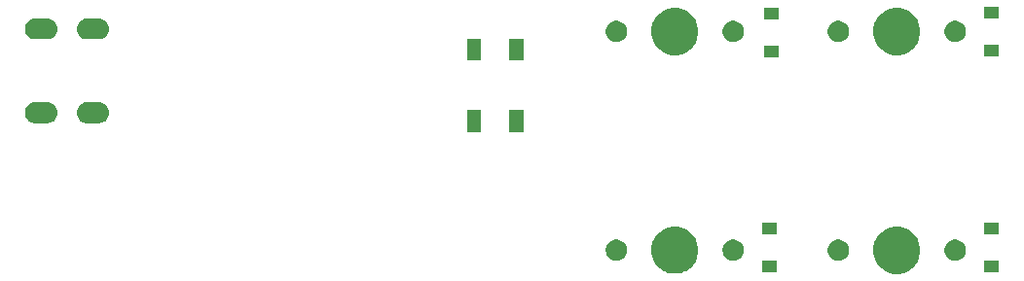
<source format=gbs>
G04 #@! TF.GenerationSoftware,KiCad,Pcbnew,(5.1.4)-1*
G04 #@! TF.CreationDate,2020-10-27T18:56:57+03:00*
G04 #@! TF.ProjectId,100_keyboard,3130305f-6b65-4796-926f-6172642e6b69,rev?*
G04 #@! TF.SameCoordinates,Original*
G04 #@! TF.FileFunction,Soldermask,Bot*
G04 #@! TF.FilePolarity,Negative*
%FSLAX46Y46*%
G04 Gerber Fmt 4.6, Leading zero omitted, Abs format (unit mm)*
G04 Created by KiCad (PCBNEW (5.1.4)-1) date 2020-10-27 18:56:57*
%MOMM*%
%LPD*%
G04 APERTURE LIST*
%ADD10C,0.100000*%
G04 APERTURE END LIST*
D10*
G36*
X118833474Y-70677684D02*
G01*
X119051474Y-70767983D01*
X119205623Y-70831833D01*
X119540548Y-71055623D01*
X119825377Y-71340452D01*
X120049167Y-71675377D01*
X120081562Y-71753586D01*
X120203316Y-72047526D01*
X120281900Y-72442594D01*
X120281900Y-72845406D01*
X120203316Y-73240474D01*
X120152451Y-73363272D01*
X120049167Y-73612623D01*
X119825377Y-73947548D01*
X119540548Y-74232377D01*
X119205623Y-74456167D01*
X119051474Y-74520017D01*
X118833474Y-74610316D01*
X118438406Y-74688900D01*
X118035594Y-74688900D01*
X117640526Y-74610316D01*
X117422526Y-74520017D01*
X117268377Y-74456167D01*
X116933452Y-74232377D01*
X116648623Y-73947548D01*
X116424833Y-73612623D01*
X116321549Y-73363272D01*
X116270684Y-73240474D01*
X116192100Y-72845406D01*
X116192100Y-72442594D01*
X116270684Y-72047526D01*
X116392438Y-71753586D01*
X116424833Y-71675377D01*
X116648623Y-71340452D01*
X116933452Y-71055623D01*
X117268377Y-70831833D01*
X117422526Y-70767983D01*
X117640526Y-70677684D01*
X118035594Y-70599100D01*
X118438406Y-70599100D01*
X118833474Y-70677684D01*
X118833474Y-70677684D01*
G37*
G36*
X99524474Y-70673684D02*
G01*
X99742474Y-70763983D01*
X99896623Y-70827833D01*
X100231548Y-71051623D01*
X100516377Y-71336452D01*
X100740167Y-71671377D01*
X100774219Y-71753586D01*
X100894316Y-72043526D01*
X100972900Y-72438594D01*
X100972900Y-72841406D01*
X100894316Y-73236474D01*
X100843451Y-73359272D01*
X100740167Y-73608623D01*
X100516377Y-73943548D01*
X100231548Y-74228377D01*
X99896623Y-74452167D01*
X99742474Y-74516017D01*
X99524474Y-74606316D01*
X99129406Y-74684900D01*
X98726594Y-74684900D01*
X98331526Y-74606316D01*
X98113526Y-74516017D01*
X97959377Y-74452167D01*
X97624452Y-74228377D01*
X97339623Y-73943548D01*
X97115833Y-73608623D01*
X97012549Y-73359272D01*
X96961684Y-73236474D01*
X96883100Y-72841406D01*
X96883100Y-72438594D01*
X96961684Y-72043526D01*
X97081781Y-71753586D01*
X97115833Y-71671377D01*
X97339623Y-71336452D01*
X97624452Y-71051623D01*
X97959377Y-70827833D01*
X98113526Y-70763983D01*
X98331526Y-70673684D01*
X98726594Y-70595100D01*
X99129406Y-70595100D01*
X99524474Y-70673684D01*
X99524474Y-70673684D01*
G37*
G36*
X107839000Y-74541000D02*
G01*
X106537000Y-74541000D01*
X106537000Y-73539000D01*
X107839000Y-73539000D01*
X107839000Y-74541000D01*
X107839000Y-74541000D01*
G37*
G36*
X127143000Y-74541000D02*
G01*
X125841000Y-74541000D01*
X125841000Y-73539000D01*
X127143000Y-73539000D01*
X127143000Y-74541000D01*
X127143000Y-74541000D01*
G37*
G36*
X113427104Y-71753585D02*
G01*
X113595626Y-71823389D01*
X113747291Y-71924728D01*
X113876272Y-72053709D01*
X113977611Y-72205374D01*
X114047415Y-72373896D01*
X114083000Y-72552797D01*
X114083000Y-72735203D01*
X114047415Y-72914104D01*
X113977611Y-73082626D01*
X113876272Y-73234291D01*
X113747291Y-73363272D01*
X113595626Y-73464611D01*
X113427104Y-73534415D01*
X113248203Y-73570000D01*
X113065797Y-73570000D01*
X112886896Y-73534415D01*
X112718374Y-73464611D01*
X112566709Y-73363272D01*
X112437728Y-73234291D01*
X112336389Y-73082626D01*
X112266585Y-72914104D01*
X112231000Y-72735203D01*
X112231000Y-72552797D01*
X112266585Y-72373896D01*
X112336389Y-72205374D01*
X112437728Y-72053709D01*
X112566709Y-71924728D01*
X112718374Y-71823389D01*
X112886896Y-71753585D01*
X113065797Y-71718000D01*
X113248203Y-71718000D01*
X113427104Y-71753585D01*
X113427104Y-71753585D01*
G37*
G36*
X123587104Y-71753585D02*
G01*
X123755626Y-71823389D01*
X123907291Y-71924728D01*
X124036272Y-72053709D01*
X124137611Y-72205374D01*
X124207415Y-72373896D01*
X124243000Y-72552797D01*
X124243000Y-72735203D01*
X124207415Y-72914104D01*
X124137611Y-73082626D01*
X124036272Y-73234291D01*
X123907291Y-73363272D01*
X123755626Y-73464611D01*
X123587104Y-73534415D01*
X123408203Y-73570000D01*
X123225797Y-73570000D01*
X123046896Y-73534415D01*
X122878374Y-73464611D01*
X122726709Y-73363272D01*
X122597728Y-73234291D01*
X122496389Y-73082626D01*
X122426585Y-72914104D01*
X122391000Y-72735203D01*
X122391000Y-72552797D01*
X122426585Y-72373896D01*
X122496389Y-72205374D01*
X122597728Y-72053709D01*
X122726709Y-71924728D01*
X122878374Y-71823389D01*
X123046896Y-71753585D01*
X123225797Y-71718000D01*
X123408203Y-71718000D01*
X123587104Y-71753585D01*
X123587104Y-71753585D01*
G37*
G36*
X104278104Y-71749585D02*
G01*
X104446626Y-71819389D01*
X104598291Y-71920728D01*
X104727272Y-72049709D01*
X104828611Y-72201374D01*
X104898415Y-72369896D01*
X104934000Y-72548797D01*
X104934000Y-72731203D01*
X104898415Y-72910104D01*
X104828611Y-73078626D01*
X104727272Y-73230291D01*
X104598291Y-73359272D01*
X104446626Y-73460611D01*
X104278104Y-73530415D01*
X104099203Y-73566000D01*
X103916797Y-73566000D01*
X103737896Y-73530415D01*
X103569374Y-73460611D01*
X103417709Y-73359272D01*
X103288728Y-73230291D01*
X103187389Y-73078626D01*
X103117585Y-72910104D01*
X103082000Y-72731203D01*
X103082000Y-72548797D01*
X103117585Y-72369896D01*
X103187389Y-72201374D01*
X103288728Y-72049709D01*
X103417709Y-71920728D01*
X103569374Y-71819389D01*
X103737896Y-71749585D01*
X103916797Y-71714000D01*
X104099203Y-71714000D01*
X104278104Y-71749585D01*
X104278104Y-71749585D01*
G37*
G36*
X94118104Y-71749585D02*
G01*
X94286626Y-71819389D01*
X94438291Y-71920728D01*
X94567272Y-72049709D01*
X94668611Y-72201374D01*
X94738415Y-72369896D01*
X94774000Y-72548797D01*
X94774000Y-72731203D01*
X94738415Y-72910104D01*
X94668611Y-73078626D01*
X94567272Y-73230291D01*
X94438291Y-73359272D01*
X94286626Y-73460611D01*
X94118104Y-73530415D01*
X93939203Y-73566000D01*
X93756797Y-73566000D01*
X93577896Y-73530415D01*
X93409374Y-73460611D01*
X93257709Y-73359272D01*
X93128728Y-73230291D01*
X93027389Y-73078626D01*
X92957585Y-72910104D01*
X92922000Y-72731203D01*
X92922000Y-72548797D01*
X92957585Y-72369896D01*
X93027389Y-72201374D01*
X93128728Y-72049709D01*
X93257709Y-71920728D01*
X93409374Y-71819389D01*
X93577896Y-71749585D01*
X93756797Y-71714000D01*
X93939203Y-71714000D01*
X94118104Y-71749585D01*
X94118104Y-71749585D01*
G37*
G36*
X107839000Y-71241000D02*
G01*
X106537000Y-71241000D01*
X106537000Y-70239000D01*
X107839000Y-70239000D01*
X107839000Y-71241000D01*
X107839000Y-71241000D01*
G37*
G36*
X127143000Y-71241000D02*
G01*
X125841000Y-71241000D01*
X125841000Y-70239000D01*
X127143000Y-70239000D01*
X127143000Y-71241000D01*
X127143000Y-71241000D01*
G37*
G36*
X85763000Y-62344000D02*
G01*
X84561000Y-62344000D01*
X84561000Y-60442000D01*
X85763000Y-60442000D01*
X85763000Y-62344000D01*
X85763000Y-62344000D01*
G37*
G36*
X82063000Y-62344000D02*
G01*
X80861000Y-62344000D01*
X80861000Y-60442000D01*
X82063000Y-60442000D01*
X82063000Y-62344000D01*
X82063000Y-62344000D01*
G37*
G36*
X48925442Y-59778518D02*
G01*
X48991627Y-59785037D01*
X49161466Y-59836557D01*
X49317991Y-59920222D01*
X49353729Y-59949552D01*
X49455186Y-60032814D01*
X49538448Y-60134271D01*
X49567778Y-60170009D01*
X49651443Y-60326534D01*
X49702963Y-60496373D01*
X49720359Y-60673000D01*
X49702963Y-60849627D01*
X49651443Y-61019466D01*
X49567778Y-61175991D01*
X49538448Y-61211729D01*
X49455186Y-61313186D01*
X49353729Y-61396448D01*
X49317991Y-61425778D01*
X49161466Y-61509443D01*
X48991627Y-61560963D01*
X48925442Y-61567482D01*
X48859260Y-61574000D01*
X47770740Y-61574000D01*
X47704558Y-61567482D01*
X47638373Y-61560963D01*
X47468534Y-61509443D01*
X47312009Y-61425778D01*
X47276271Y-61396448D01*
X47174814Y-61313186D01*
X47091552Y-61211729D01*
X47062222Y-61175991D01*
X46978557Y-61019466D01*
X46927037Y-60849627D01*
X46909641Y-60673000D01*
X46927037Y-60496373D01*
X46978557Y-60326534D01*
X47062222Y-60170009D01*
X47091552Y-60134271D01*
X47174814Y-60032814D01*
X47276271Y-59949552D01*
X47312009Y-59920222D01*
X47468534Y-59836557D01*
X47638373Y-59785037D01*
X47704558Y-59778518D01*
X47770740Y-59772000D01*
X48859260Y-59772000D01*
X48925442Y-59778518D01*
X48925442Y-59778518D01*
G37*
G36*
X44425442Y-59778518D02*
G01*
X44491627Y-59785037D01*
X44661466Y-59836557D01*
X44817991Y-59920222D01*
X44853729Y-59949552D01*
X44955186Y-60032814D01*
X45038448Y-60134271D01*
X45067778Y-60170009D01*
X45151443Y-60326534D01*
X45202963Y-60496373D01*
X45220359Y-60673000D01*
X45202963Y-60849627D01*
X45151443Y-61019466D01*
X45067778Y-61175991D01*
X45038448Y-61211729D01*
X44955186Y-61313186D01*
X44853729Y-61396448D01*
X44817991Y-61425778D01*
X44661466Y-61509443D01*
X44491627Y-61560963D01*
X44425442Y-61567482D01*
X44359260Y-61574000D01*
X43270740Y-61574000D01*
X43204558Y-61567482D01*
X43138373Y-61560963D01*
X42968534Y-61509443D01*
X42812009Y-61425778D01*
X42776271Y-61396448D01*
X42674814Y-61313186D01*
X42591552Y-61211729D01*
X42562222Y-61175991D01*
X42478557Y-61019466D01*
X42427037Y-60849627D01*
X42409641Y-60673000D01*
X42427037Y-60496373D01*
X42478557Y-60326534D01*
X42562222Y-60170009D01*
X42591552Y-60134271D01*
X42674814Y-60032814D01*
X42776271Y-59949552D01*
X42812009Y-59920222D01*
X42968534Y-59836557D01*
X43138373Y-59785037D01*
X43204558Y-59778518D01*
X43270740Y-59772000D01*
X44359260Y-59772000D01*
X44425442Y-59778518D01*
X44425442Y-59778518D01*
G37*
G36*
X82063000Y-56144000D02*
G01*
X80861000Y-56144000D01*
X80861000Y-54242000D01*
X82063000Y-54242000D01*
X82063000Y-56144000D01*
X82063000Y-56144000D01*
G37*
G36*
X85763000Y-56144000D02*
G01*
X84561000Y-56144000D01*
X84561000Y-54242000D01*
X85763000Y-54242000D01*
X85763000Y-56144000D01*
X85763000Y-56144000D01*
G37*
G36*
X107966000Y-55872000D02*
G01*
X106664000Y-55872000D01*
X106664000Y-54870000D01*
X107966000Y-54870000D01*
X107966000Y-55872000D01*
X107966000Y-55872000D01*
G37*
G36*
X127143000Y-55745000D02*
G01*
X125841000Y-55745000D01*
X125841000Y-54743000D01*
X127143000Y-54743000D01*
X127143000Y-55745000D01*
X127143000Y-55745000D01*
G37*
G36*
X118833474Y-51627684D02*
G01*
X119051474Y-51717983D01*
X119205623Y-51781833D01*
X119540548Y-52005623D01*
X119825377Y-52290452D01*
X120049167Y-52625377D01*
X120081562Y-52703586D01*
X120203316Y-52997526D01*
X120281900Y-53392594D01*
X120281900Y-53795406D01*
X120203316Y-54190474D01*
X120152451Y-54313272D01*
X120049167Y-54562623D01*
X119825377Y-54897548D01*
X119540548Y-55182377D01*
X119205623Y-55406167D01*
X119051474Y-55470017D01*
X118833474Y-55560316D01*
X118438406Y-55638900D01*
X118035594Y-55638900D01*
X117640526Y-55560316D01*
X117422526Y-55470017D01*
X117268377Y-55406167D01*
X116933452Y-55182377D01*
X116648623Y-54897548D01*
X116424833Y-54562623D01*
X116321549Y-54313272D01*
X116270684Y-54190474D01*
X116192100Y-53795406D01*
X116192100Y-53392594D01*
X116270684Y-52997526D01*
X116392438Y-52703586D01*
X116424833Y-52625377D01*
X116648623Y-52290452D01*
X116933452Y-52005623D01*
X117268377Y-51781833D01*
X117422526Y-51717983D01*
X117640526Y-51627684D01*
X118035594Y-51549100D01*
X118438406Y-51549100D01*
X118833474Y-51627684D01*
X118833474Y-51627684D01*
G37*
G36*
X99529474Y-51627684D02*
G01*
X99747474Y-51717983D01*
X99901623Y-51781833D01*
X100236548Y-52005623D01*
X100521377Y-52290452D01*
X100745167Y-52625377D01*
X100777562Y-52703586D01*
X100899316Y-52997526D01*
X100977900Y-53392594D01*
X100977900Y-53795406D01*
X100899316Y-54190474D01*
X100848451Y-54313272D01*
X100745167Y-54562623D01*
X100521377Y-54897548D01*
X100236548Y-55182377D01*
X99901623Y-55406167D01*
X99747474Y-55470017D01*
X99529474Y-55560316D01*
X99134406Y-55638900D01*
X98731594Y-55638900D01*
X98336526Y-55560316D01*
X98118526Y-55470017D01*
X97964377Y-55406167D01*
X97629452Y-55182377D01*
X97344623Y-54897548D01*
X97120833Y-54562623D01*
X97017549Y-54313272D01*
X96966684Y-54190474D01*
X96888100Y-53795406D01*
X96888100Y-53392594D01*
X96966684Y-52997526D01*
X97088438Y-52703586D01*
X97120833Y-52625377D01*
X97344623Y-52290452D01*
X97629452Y-52005623D01*
X97964377Y-51781833D01*
X98118526Y-51717983D01*
X98336526Y-51627684D01*
X98731594Y-51549100D01*
X99134406Y-51549100D01*
X99529474Y-51627684D01*
X99529474Y-51627684D01*
G37*
G36*
X94123104Y-52703585D02*
G01*
X94291626Y-52773389D01*
X94443291Y-52874728D01*
X94572272Y-53003709D01*
X94673611Y-53155374D01*
X94743415Y-53323896D01*
X94779000Y-53502797D01*
X94779000Y-53685203D01*
X94743415Y-53864104D01*
X94673611Y-54032626D01*
X94572272Y-54184291D01*
X94443291Y-54313272D01*
X94291626Y-54414611D01*
X94123104Y-54484415D01*
X93944203Y-54520000D01*
X93761797Y-54520000D01*
X93582896Y-54484415D01*
X93414374Y-54414611D01*
X93262709Y-54313272D01*
X93133728Y-54184291D01*
X93032389Y-54032626D01*
X92962585Y-53864104D01*
X92927000Y-53685203D01*
X92927000Y-53502797D01*
X92962585Y-53323896D01*
X93032389Y-53155374D01*
X93133728Y-53003709D01*
X93262709Y-52874728D01*
X93414374Y-52773389D01*
X93582896Y-52703585D01*
X93761797Y-52668000D01*
X93944203Y-52668000D01*
X94123104Y-52703585D01*
X94123104Y-52703585D01*
G37*
G36*
X123587104Y-52703585D02*
G01*
X123755626Y-52773389D01*
X123907291Y-52874728D01*
X124036272Y-53003709D01*
X124137611Y-53155374D01*
X124207415Y-53323896D01*
X124243000Y-53502797D01*
X124243000Y-53685203D01*
X124207415Y-53864104D01*
X124137611Y-54032626D01*
X124036272Y-54184291D01*
X123907291Y-54313272D01*
X123755626Y-54414611D01*
X123587104Y-54484415D01*
X123408203Y-54520000D01*
X123225797Y-54520000D01*
X123046896Y-54484415D01*
X122878374Y-54414611D01*
X122726709Y-54313272D01*
X122597728Y-54184291D01*
X122496389Y-54032626D01*
X122426585Y-53864104D01*
X122391000Y-53685203D01*
X122391000Y-53502797D01*
X122426585Y-53323896D01*
X122496389Y-53155374D01*
X122597728Y-53003709D01*
X122726709Y-52874728D01*
X122878374Y-52773389D01*
X123046896Y-52703585D01*
X123225797Y-52668000D01*
X123408203Y-52668000D01*
X123587104Y-52703585D01*
X123587104Y-52703585D01*
G37*
G36*
X113427104Y-52703585D02*
G01*
X113595626Y-52773389D01*
X113747291Y-52874728D01*
X113876272Y-53003709D01*
X113977611Y-53155374D01*
X114047415Y-53323896D01*
X114083000Y-53502797D01*
X114083000Y-53685203D01*
X114047415Y-53864104D01*
X113977611Y-54032626D01*
X113876272Y-54184291D01*
X113747291Y-54313272D01*
X113595626Y-54414611D01*
X113427104Y-54484415D01*
X113248203Y-54520000D01*
X113065797Y-54520000D01*
X112886896Y-54484415D01*
X112718374Y-54414611D01*
X112566709Y-54313272D01*
X112437728Y-54184291D01*
X112336389Y-54032626D01*
X112266585Y-53864104D01*
X112231000Y-53685203D01*
X112231000Y-53502797D01*
X112266585Y-53323896D01*
X112336389Y-53155374D01*
X112437728Y-53003709D01*
X112566709Y-52874728D01*
X112718374Y-52773389D01*
X112886896Y-52703585D01*
X113065797Y-52668000D01*
X113248203Y-52668000D01*
X113427104Y-52703585D01*
X113427104Y-52703585D01*
G37*
G36*
X104283104Y-52703585D02*
G01*
X104451626Y-52773389D01*
X104603291Y-52874728D01*
X104732272Y-53003709D01*
X104833611Y-53155374D01*
X104903415Y-53323896D01*
X104939000Y-53502797D01*
X104939000Y-53685203D01*
X104903415Y-53864104D01*
X104833611Y-54032626D01*
X104732272Y-54184291D01*
X104603291Y-54313272D01*
X104451626Y-54414611D01*
X104283104Y-54484415D01*
X104104203Y-54520000D01*
X103921797Y-54520000D01*
X103742896Y-54484415D01*
X103574374Y-54414611D01*
X103422709Y-54313272D01*
X103293728Y-54184291D01*
X103192389Y-54032626D01*
X103122585Y-53864104D01*
X103087000Y-53685203D01*
X103087000Y-53502797D01*
X103122585Y-53323896D01*
X103192389Y-53155374D01*
X103293728Y-53003709D01*
X103422709Y-52874728D01*
X103574374Y-52773389D01*
X103742896Y-52703585D01*
X103921797Y-52668000D01*
X104104203Y-52668000D01*
X104283104Y-52703585D01*
X104283104Y-52703585D01*
G37*
G36*
X48925442Y-52478518D02*
G01*
X48991627Y-52485037D01*
X49161466Y-52536557D01*
X49317991Y-52620222D01*
X49353729Y-52649552D01*
X49455186Y-52732814D01*
X49538448Y-52834271D01*
X49567778Y-52870009D01*
X49651443Y-53026534D01*
X49702963Y-53196373D01*
X49720359Y-53373000D01*
X49702963Y-53549627D01*
X49651443Y-53719466D01*
X49567778Y-53875991D01*
X49538448Y-53911729D01*
X49455186Y-54013186D01*
X49353729Y-54096448D01*
X49317991Y-54125778D01*
X49161466Y-54209443D01*
X48991627Y-54260963D01*
X48925442Y-54267482D01*
X48859260Y-54274000D01*
X47770740Y-54274000D01*
X47704558Y-54267482D01*
X47638373Y-54260963D01*
X47468534Y-54209443D01*
X47312009Y-54125778D01*
X47276271Y-54096448D01*
X47174814Y-54013186D01*
X47091552Y-53911729D01*
X47062222Y-53875991D01*
X46978557Y-53719466D01*
X46927037Y-53549627D01*
X46909641Y-53373000D01*
X46927037Y-53196373D01*
X46978557Y-53026534D01*
X47062222Y-52870009D01*
X47091552Y-52834271D01*
X47174814Y-52732814D01*
X47276271Y-52649552D01*
X47312009Y-52620222D01*
X47468534Y-52536557D01*
X47638373Y-52485037D01*
X47704557Y-52478519D01*
X47770740Y-52472000D01*
X48859260Y-52472000D01*
X48925442Y-52478518D01*
X48925442Y-52478518D01*
G37*
G36*
X44425442Y-52478518D02*
G01*
X44491627Y-52485037D01*
X44661466Y-52536557D01*
X44817991Y-52620222D01*
X44853729Y-52649552D01*
X44955186Y-52732814D01*
X45038448Y-52834271D01*
X45067778Y-52870009D01*
X45151443Y-53026534D01*
X45202963Y-53196373D01*
X45220359Y-53373000D01*
X45202963Y-53549627D01*
X45151443Y-53719466D01*
X45067778Y-53875991D01*
X45038448Y-53911729D01*
X44955186Y-54013186D01*
X44853729Y-54096448D01*
X44817991Y-54125778D01*
X44661466Y-54209443D01*
X44491627Y-54260963D01*
X44425442Y-54267482D01*
X44359260Y-54274000D01*
X43270740Y-54274000D01*
X43204558Y-54267482D01*
X43138373Y-54260963D01*
X42968534Y-54209443D01*
X42812009Y-54125778D01*
X42776271Y-54096448D01*
X42674814Y-54013186D01*
X42591552Y-53911729D01*
X42562222Y-53875991D01*
X42478557Y-53719466D01*
X42427037Y-53549627D01*
X42409641Y-53373000D01*
X42427037Y-53196373D01*
X42478557Y-53026534D01*
X42562222Y-52870009D01*
X42591552Y-52834271D01*
X42674814Y-52732814D01*
X42776271Y-52649552D01*
X42812009Y-52620222D01*
X42968534Y-52536557D01*
X43138373Y-52485037D01*
X43204557Y-52478519D01*
X43270740Y-52472000D01*
X44359260Y-52472000D01*
X44425442Y-52478518D01*
X44425442Y-52478518D01*
G37*
G36*
X107966000Y-52572000D02*
G01*
X106664000Y-52572000D01*
X106664000Y-51570000D01*
X107966000Y-51570000D01*
X107966000Y-52572000D01*
X107966000Y-52572000D01*
G37*
G36*
X127143000Y-52445000D02*
G01*
X125841000Y-52445000D01*
X125841000Y-51443000D01*
X127143000Y-51443000D01*
X127143000Y-52445000D01*
X127143000Y-52445000D01*
G37*
M02*

</source>
